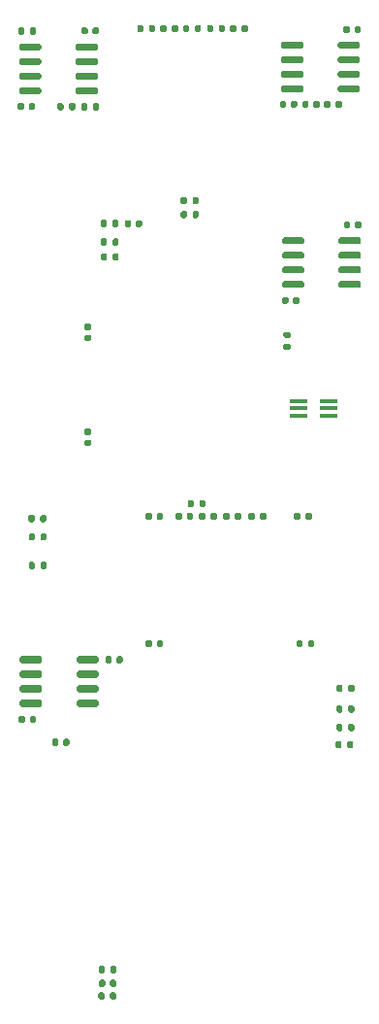
<source format=gbr>
%TF.GenerationSoftware,KiCad,Pcbnew,(5.1.7-0-10_14)*%
%TF.CreationDate,2021-05-19T07:56:11-04:00*%
%TF.ProjectId,VCF,5643462e-6b69-4636-9164-5f7063625858,rev?*%
%TF.SameCoordinates,Original*%
%TF.FileFunction,Paste,Top*%
%TF.FilePolarity,Positive*%
%FSLAX46Y46*%
G04 Gerber Fmt 4.6, Leading zero omitted, Abs format (unit mm)*
G04 Created by KiCad (PCBNEW (5.1.7-0-10_14)) date 2021-05-19 07:56:11*
%MOMM*%
%LPD*%
G01*
G04 APERTURE LIST*
%ADD10R,1.500000X0.400000*%
G04 APERTURE END LIST*
%TO.C,U105*%
G36*
G01*
X128400000Y-102945000D02*
X128400000Y-102645000D01*
G75*
G02*
X128550000Y-102495000I150000J0D01*
G01*
X130200000Y-102495000D01*
G75*
G02*
X130350000Y-102645000I0J-150000D01*
G01*
X130350000Y-102945000D01*
G75*
G02*
X130200000Y-103095000I-150000J0D01*
G01*
X128550000Y-103095000D01*
G75*
G02*
X128400000Y-102945000I0J150000D01*
G01*
G37*
G36*
G01*
X128400000Y-104215000D02*
X128400000Y-103915000D01*
G75*
G02*
X128550000Y-103765000I150000J0D01*
G01*
X130200000Y-103765000D01*
G75*
G02*
X130350000Y-103915000I0J-150000D01*
G01*
X130350000Y-104215000D01*
G75*
G02*
X130200000Y-104365000I-150000J0D01*
G01*
X128550000Y-104365000D01*
G75*
G02*
X128400000Y-104215000I0J150000D01*
G01*
G37*
G36*
G01*
X128400000Y-105485000D02*
X128400000Y-105185000D01*
G75*
G02*
X128550000Y-105035000I150000J0D01*
G01*
X130200000Y-105035000D01*
G75*
G02*
X130350000Y-105185000I0J-150000D01*
G01*
X130350000Y-105485000D01*
G75*
G02*
X130200000Y-105635000I-150000J0D01*
G01*
X128550000Y-105635000D01*
G75*
G02*
X128400000Y-105485000I0J150000D01*
G01*
G37*
G36*
G01*
X128400000Y-106755000D02*
X128400000Y-106455000D01*
G75*
G02*
X128550000Y-106305000I150000J0D01*
G01*
X130200000Y-106305000D01*
G75*
G02*
X130350000Y-106455000I0J-150000D01*
G01*
X130350000Y-106755000D01*
G75*
G02*
X130200000Y-106905000I-150000J0D01*
G01*
X128550000Y-106905000D01*
G75*
G02*
X128400000Y-106755000I0J150000D01*
G01*
G37*
G36*
G01*
X123450000Y-106755000D02*
X123450000Y-106455000D01*
G75*
G02*
X123600000Y-106305000I150000J0D01*
G01*
X125250000Y-106305000D01*
G75*
G02*
X125400000Y-106455000I0J-150000D01*
G01*
X125400000Y-106755000D01*
G75*
G02*
X125250000Y-106905000I-150000J0D01*
G01*
X123600000Y-106905000D01*
G75*
G02*
X123450000Y-106755000I0J150000D01*
G01*
G37*
G36*
G01*
X123450000Y-105485000D02*
X123450000Y-105185000D01*
G75*
G02*
X123600000Y-105035000I150000J0D01*
G01*
X125250000Y-105035000D01*
G75*
G02*
X125400000Y-105185000I0J-150000D01*
G01*
X125400000Y-105485000D01*
G75*
G02*
X125250000Y-105635000I-150000J0D01*
G01*
X123600000Y-105635000D01*
G75*
G02*
X123450000Y-105485000I0J150000D01*
G01*
G37*
G36*
G01*
X123450000Y-104215000D02*
X123450000Y-103915000D01*
G75*
G02*
X123600000Y-103765000I150000J0D01*
G01*
X125250000Y-103765000D01*
G75*
G02*
X125400000Y-103915000I0J-150000D01*
G01*
X125400000Y-104215000D01*
G75*
G02*
X125250000Y-104365000I-150000J0D01*
G01*
X123600000Y-104365000D01*
G75*
G02*
X123450000Y-104215000I0J150000D01*
G01*
G37*
G36*
G01*
X123450000Y-102945000D02*
X123450000Y-102645000D01*
G75*
G02*
X123600000Y-102495000I150000J0D01*
G01*
X125250000Y-102495000D01*
G75*
G02*
X125400000Y-102645000I0J-150000D01*
G01*
X125400000Y-102945000D01*
G75*
G02*
X125250000Y-103095000I-150000J0D01*
G01*
X123600000Y-103095000D01*
G75*
G02*
X123450000Y-102945000I0J150000D01*
G01*
G37*
%TD*%
%TO.C,U104*%
G36*
G01*
X105500000Y-139445000D02*
X105500000Y-139145000D01*
G75*
G02*
X105650000Y-138995000I150000J0D01*
G01*
X107300000Y-138995000D01*
G75*
G02*
X107450000Y-139145000I0J-150000D01*
G01*
X107450000Y-139445000D01*
G75*
G02*
X107300000Y-139595000I-150000J0D01*
G01*
X105650000Y-139595000D01*
G75*
G02*
X105500000Y-139445000I0J150000D01*
G01*
G37*
G36*
G01*
X105500000Y-140715000D02*
X105500000Y-140415000D01*
G75*
G02*
X105650000Y-140265000I150000J0D01*
G01*
X107300000Y-140265000D01*
G75*
G02*
X107450000Y-140415000I0J-150000D01*
G01*
X107450000Y-140715000D01*
G75*
G02*
X107300000Y-140865000I-150000J0D01*
G01*
X105650000Y-140865000D01*
G75*
G02*
X105500000Y-140715000I0J150000D01*
G01*
G37*
G36*
G01*
X105500000Y-141985000D02*
X105500000Y-141685000D01*
G75*
G02*
X105650000Y-141535000I150000J0D01*
G01*
X107300000Y-141535000D01*
G75*
G02*
X107450000Y-141685000I0J-150000D01*
G01*
X107450000Y-141985000D01*
G75*
G02*
X107300000Y-142135000I-150000J0D01*
G01*
X105650000Y-142135000D01*
G75*
G02*
X105500000Y-141985000I0J150000D01*
G01*
G37*
G36*
G01*
X105500000Y-143255000D02*
X105500000Y-142955000D01*
G75*
G02*
X105650000Y-142805000I150000J0D01*
G01*
X107300000Y-142805000D01*
G75*
G02*
X107450000Y-142955000I0J-150000D01*
G01*
X107450000Y-143255000D01*
G75*
G02*
X107300000Y-143405000I-150000J0D01*
G01*
X105650000Y-143405000D01*
G75*
G02*
X105500000Y-143255000I0J150000D01*
G01*
G37*
G36*
G01*
X100550000Y-143255000D02*
X100550000Y-142955000D01*
G75*
G02*
X100700000Y-142805000I150000J0D01*
G01*
X102350000Y-142805000D01*
G75*
G02*
X102500000Y-142955000I0J-150000D01*
G01*
X102500000Y-143255000D01*
G75*
G02*
X102350000Y-143405000I-150000J0D01*
G01*
X100700000Y-143405000D01*
G75*
G02*
X100550000Y-143255000I0J150000D01*
G01*
G37*
G36*
G01*
X100550000Y-141985000D02*
X100550000Y-141685000D01*
G75*
G02*
X100700000Y-141535000I150000J0D01*
G01*
X102350000Y-141535000D01*
G75*
G02*
X102500000Y-141685000I0J-150000D01*
G01*
X102500000Y-141985000D01*
G75*
G02*
X102350000Y-142135000I-150000J0D01*
G01*
X100700000Y-142135000D01*
G75*
G02*
X100550000Y-141985000I0J150000D01*
G01*
G37*
G36*
G01*
X100550000Y-140715000D02*
X100550000Y-140415000D01*
G75*
G02*
X100700000Y-140265000I150000J0D01*
G01*
X102350000Y-140265000D01*
G75*
G02*
X102500000Y-140415000I0J-150000D01*
G01*
X102500000Y-140715000D01*
G75*
G02*
X102350000Y-140865000I-150000J0D01*
G01*
X100700000Y-140865000D01*
G75*
G02*
X100550000Y-140715000I0J150000D01*
G01*
G37*
G36*
G01*
X100550000Y-139445000D02*
X100550000Y-139145000D01*
G75*
G02*
X100700000Y-138995000I150000J0D01*
G01*
X102350000Y-138995000D01*
G75*
G02*
X102500000Y-139145000I0J-150000D01*
G01*
X102500000Y-139445000D01*
G75*
G02*
X102350000Y-139595000I-150000J0D01*
G01*
X100700000Y-139595000D01*
G75*
G02*
X100550000Y-139445000I0J150000D01*
G01*
G37*
%TD*%
%TO.C,U102*%
G36*
G01*
X128325000Y-85880000D02*
X128325000Y-85580000D01*
G75*
G02*
X128475000Y-85430000I150000J0D01*
G01*
X130125000Y-85430000D01*
G75*
G02*
X130275000Y-85580000I0J-150000D01*
G01*
X130275000Y-85880000D01*
G75*
G02*
X130125000Y-86030000I-150000J0D01*
G01*
X128475000Y-86030000D01*
G75*
G02*
X128325000Y-85880000I0J150000D01*
G01*
G37*
G36*
G01*
X128325000Y-87150000D02*
X128325000Y-86850000D01*
G75*
G02*
X128475000Y-86700000I150000J0D01*
G01*
X130125000Y-86700000D01*
G75*
G02*
X130275000Y-86850000I0J-150000D01*
G01*
X130275000Y-87150000D01*
G75*
G02*
X130125000Y-87300000I-150000J0D01*
G01*
X128475000Y-87300000D01*
G75*
G02*
X128325000Y-87150000I0J150000D01*
G01*
G37*
G36*
G01*
X128325000Y-88420000D02*
X128325000Y-88120000D01*
G75*
G02*
X128475000Y-87970000I150000J0D01*
G01*
X130125000Y-87970000D01*
G75*
G02*
X130275000Y-88120000I0J-150000D01*
G01*
X130275000Y-88420000D01*
G75*
G02*
X130125000Y-88570000I-150000J0D01*
G01*
X128475000Y-88570000D01*
G75*
G02*
X128325000Y-88420000I0J150000D01*
G01*
G37*
G36*
G01*
X128325000Y-89690000D02*
X128325000Y-89390000D01*
G75*
G02*
X128475000Y-89240000I150000J0D01*
G01*
X130125000Y-89240000D01*
G75*
G02*
X130275000Y-89390000I0J-150000D01*
G01*
X130275000Y-89690000D01*
G75*
G02*
X130125000Y-89840000I-150000J0D01*
G01*
X128475000Y-89840000D01*
G75*
G02*
X128325000Y-89690000I0J150000D01*
G01*
G37*
G36*
G01*
X123375000Y-89690000D02*
X123375000Y-89390000D01*
G75*
G02*
X123525000Y-89240000I150000J0D01*
G01*
X125175000Y-89240000D01*
G75*
G02*
X125325000Y-89390000I0J-150000D01*
G01*
X125325000Y-89690000D01*
G75*
G02*
X125175000Y-89840000I-150000J0D01*
G01*
X123525000Y-89840000D01*
G75*
G02*
X123375000Y-89690000I0J150000D01*
G01*
G37*
G36*
G01*
X123375000Y-88420000D02*
X123375000Y-88120000D01*
G75*
G02*
X123525000Y-87970000I150000J0D01*
G01*
X125175000Y-87970000D01*
G75*
G02*
X125325000Y-88120000I0J-150000D01*
G01*
X125325000Y-88420000D01*
G75*
G02*
X125175000Y-88570000I-150000J0D01*
G01*
X123525000Y-88570000D01*
G75*
G02*
X123375000Y-88420000I0J150000D01*
G01*
G37*
G36*
G01*
X123375000Y-87150000D02*
X123375000Y-86850000D01*
G75*
G02*
X123525000Y-86700000I150000J0D01*
G01*
X125175000Y-86700000D01*
G75*
G02*
X125325000Y-86850000I0J-150000D01*
G01*
X125325000Y-87150000D01*
G75*
G02*
X125175000Y-87300000I-150000J0D01*
G01*
X123525000Y-87300000D01*
G75*
G02*
X123375000Y-87150000I0J150000D01*
G01*
G37*
G36*
G01*
X123375000Y-85880000D02*
X123375000Y-85580000D01*
G75*
G02*
X123525000Y-85430000I150000J0D01*
G01*
X125175000Y-85430000D01*
G75*
G02*
X125325000Y-85580000I0J-150000D01*
G01*
X125325000Y-85880000D01*
G75*
G02*
X125175000Y-86030000I-150000J0D01*
G01*
X123525000Y-86030000D01*
G75*
G02*
X123375000Y-85880000I0J150000D01*
G01*
G37*
%TD*%
%TO.C,U101*%
G36*
G01*
X105425000Y-86050000D02*
X105425000Y-85750000D01*
G75*
G02*
X105575000Y-85600000I150000J0D01*
G01*
X107225000Y-85600000D01*
G75*
G02*
X107375000Y-85750000I0J-150000D01*
G01*
X107375000Y-86050000D01*
G75*
G02*
X107225000Y-86200000I-150000J0D01*
G01*
X105575000Y-86200000D01*
G75*
G02*
X105425000Y-86050000I0J150000D01*
G01*
G37*
G36*
G01*
X105425000Y-87320000D02*
X105425000Y-87020000D01*
G75*
G02*
X105575000Y-86870000I150000J0D01*
G01*
X107225000Y-86870000D01*
G75*
G02*
X107375000Y-87020000I0J-150000D01*
G01*
X107375000Y-87320000D01*
G75*
G02*
X107225000Y-87470000I-150000J0D01*
G01*
X105575000Y-87470000D01*
G75*
G02*
X105425000Y-87320000I0J150000D01*
G01*
G37*
G36*
G01*
X105425000Y-88590000D02*
X105425000Y-88290000D01*
G75*
G02*
X105575000Y-88140000I150000J0D01*
G01*
X107225000Y-88140000D01*
G75*
G02*
X107375000Y-88290000I0J-150000D01*
G01*
X107375000Y-88590000D01*
G75*
G02*
X107225000Y-88740000I-150000J0D01*
G01*
X105575000Y-88740000D01*
G75*
G02*
X105425000Y-88590000I0J150000D01*
G01*
G37*
G36*
G01*
X105425000Y-89860000D02*
X105425000Y-89560000D01*
G75*
G02*
X105575000Y-89410000I150000J0D01*
G01*
X107225000Y-89410000D01*
G75*
G02*
X107375000Y-89560000I0J-150000D01*
G01*
X107375000Y-89860000D01*
G75*
G02*
X107225000Y-90010000I-150000J0D01*
G01*
X105575000Y-90010000D01*
G75*
G02*
X105425000Y-89860000I0J150000D01*
G01*
G37*
G36*
G01*
X100475000Y-89860000D02*
X100475000Y-89560000D01*
G75*
G02*
X100625000Y-89410000I150000J0D01*
G01*
X102275000Y-89410000D01*
G75*
G02*
X102425000Y-89560000I0J-150000D01*
G01*
X102425000Y-89860000D01*
G75*
G02*
X102275000Y-90010000I-150000J0D01*
G01*
X100625000Y-90010000D01*
G75*
G02*
X100475000Y-89860000I0J150000D01*
G01*
G37*
G36*
G01*
X100475000Y-88590000D02*
X100475000Y-88290000D01*
G75*
G02*
X100625000Y-88140000I150000J0D01*
G01*
X102275000Y-88140000D01*
G75*
G02*
X102425000Y-88290000I0J-150000D01*
G01*
X102425000Y-88590000D01*
G75*
G02*
X102275000Y-88740000I-150000J0D01*
G01*
X100625000Y-88740000D01*
G75*
G02*
X100475000Y-88590000I0J150000D01*
G01*
G37*
G36*
G01*
X100475000Y-87320000D02*
X100475000Y-87020000D01*
G75*
G02*
X100625000Y-86870000I150000J0D01*
G01*
X102275000Y-86870000D01*
G75*
G02*
X102425000Y-87020000I0J-150000D01*
G01*
X102425000Y-87320000D01*
G75*
G02*
X102275000Y-87470000I-150000J0D01*
G01*
X100625000Y-87470000D01*
G75*
G02*
X100475000Y-87320000I0J150000D01*
G01*
G37*
G36*
G01*
X100475000Y-86050000D02*
X100475000Y-85750000D01*
G75*
G02*
X100625000Y-85600000I150000J0D01*
G01*
X102275000Y-85600000D01*
G75*
G02*
X102425000Y-85750000I0J-150000D01*
G01*
X102425000Y-86050000D01*
G75*
G02*
X102275000Y-86200000I-150000J0D01*
G01*
X100625000Y-86200000D01*
G75*
G02*
X100475000Y-86050000I0J150000D01*
G01*
G37*
%TD*%
%TO.C,R130*%
G36*
G01*
X108450000Y-166485000D02*
X108450000Y-166115000D01*
G75*
G02*
X108585000Y-165980000I135000J0D01*
G01*
X108855000Y-165980000D01*
G75*
G02*
X108990000Y-166115000I0J-135000D01*
G01*
X108990000Y-166485000D01*
G75*
G02*
X108855000Y-166620000I-135000J0D01*
G01*
X108585000Y-166620000D01*
G75*
G02*
X108450000Y-166485000I0J135000D01*
G01*
G37*
G36*
G01*
X107430000Y-166485000D02*
X107430000Y-166115000D01*
G75*
G02*
X107565000Y-165980000I135000J0D01*
G01*
X107835000Y-165980000D01*
G75*
G02*
X107970000Y-166115000I0J-135000D01*
G01*
X107970000Y-166485000D01*
G75*
G02*
X107835000Y-166620000I-135000J0D01*
G01*
X107565000Y-166620000D01*
G75*
G02*
X107430000Y-166485000I0J135000D01*
G01*
G37*
%TD*%
%TO.C,R129*%
G36*
G01*
X108630000Y-101485000D02*
X108630000Y-101115000D01*
G75*
G02*
X108765000Y-100980000I135000J0D01*
G01*
X109035000Y-100980000D01*
G75*
G02*
X109170000Y-101115000I0J-135000D01*
G01*
X109170000Y-101485000D01*
G75*
G02*
X109035000Y-101620000I-135000J0D01*
G01*
X108765000Y-101620000D01*
G75*
G02*
X108630000Y-101485000I0J135000D01*
G01*
G37*
G36*
G01*
X107610000Y-101485000D02*
X107610000Y-101115000D01*
G75*
G02*
X107745000Y-100980000I135000J0D01*
G01*
X108015000Y-100980000D01*
G75*
G02*
X108150000Y-101115000I0J-135000D01*
G01*
X108150000Y-101485000D01*
G75*
G02*
X108015000Y-101620000I-135000J0D01*
G01*
X107745000Y-101620000D01*
G75*
G02*
X107610000Y-101485000I0J135000D01*
G01*
G37*
%TD*%
%TO.C,R128*%
G36*
G01*
X108170000Y-104015000D02*
X108170000Y-104385000D01*
G75*
G02*
X108035000Y-104520000I-135000J0D01*
G01*
X107765000Y-104520000D01*
G75*
G02*
X107630000Y-104385000I0J135000D01*
G01*
X107630000Y-104015000D01*
G75*
G02*
X107765000Y-103880000I135000J0D01*
G01*
X108035000Y-103880000D01*
G75*
G02*
X108170000Y-104015000I0J-135000D01*
G01*
G37*
G36*
G01*
X109190000Y-104015000D02*
X109190000Y-104385000D01*
G75*
G02*
X109055000Y-104520000I-135000J0D01*
G01*
X108785000Y-104520000D01*
G75*
G02*
X108650000Y-104385000I0J135000D01*
G01*
X108650000Y-104015000D01*
G75*
G02*
X108785000Y-103880000I135000J0D01*
G01*
X109055000Y-103880000D01*
G75*
G02*
X109190000Y-104015000I0J-135000D01*
G01*
G37*
%TD*%
%TO.C,R127*%
G36*
G01*
X108170000Y-102715000D02*
X108170000Y-103085000D01*
G75*
G02*
X108035000Y-103220000I-135000J0D01*
G01*
X107765000Y-103220000D01*
G75*
G02*
X107630000Y-103085000I0J135000D01*
G01*
X107630000Y-102715000D01*
G75*
G02*
X107765000Y-102580000I135000J0D01*
G01*
X108035000Y-102580000D01*
G75*
G02*
X108170000Y-102715000I0J-135000D01*
G01*
G37*
G36*
G01*
X109190000Y-102715000D02*
X109190000Y-103085000D01*
G75*
G02*
X109055000Y-103220000I-135000J0D01*
G01*
X108785000Y-103220000D01*
G75*
G02*
X108650000Y-103085000I0J135000D01*
G01*
X108650000Y-102715000D01*
G75*
G02*
X108785000Y-102580000I135000J0D01*
G01*
X109055000Y-102580000D01*
G75*
G02*
X109190000Y-102715000I0J-135000D01*
G01*
G37*
%TD*%
%TO.C,R126*%
G36*
G01*
X115630000Y-100685000D02*
X115630000Y-100315000D01*
G75*
G02*
X115765000Y-100180000I135000J0D01*
G01*
X116035000Y-100180000D01*
G75*
G02*
X116170000Y-100315000I0J-135000D01*
G01*
X116170000Y-100685000D01*
G75*
G02*
X116035000Y-100820000I-135000J0D01*
G01*
X115765000Y-100820000D01*
G75*
G02*
X115630000Y-100685000I0J135000D01*
G01*
G37*
G36*
G01*
X114610000Y-100685000D02*
X114610000Y-100315000D01*
G75*
G02*
X114745000Y-100180000I135000J0D01*
G01*
X115015000Y-100180000D01*
G75*
G02*
X115150000Y-100315000I0J-135000D01*
G01*
X115150000Y-100685000D01*
G75*
G02*
X115015000Y-100820000I-135000J0D01*
G01*
X114745000Y-100820000D01*
G75*
G02*
X114610000Y-100685000I0J135000D01*
G01*
G37*
%TD*%
%TO.C,R125*%
G36*
G01*
X129140000Y-146885000D02*
X129140000Y-146515000D01*
G75*
G02*
X129275000Y-146380000I135000J0D01*
G01*
X129545000Y-146380000D01*
G75*
G02*
X129680000Y-146515000I0J-135000D01*
G01*
X129680000Y-146885000D01*
G75*
G02*
X129545000Y-147020000I-135000J0D01*
G01*
X129275000Y-147020000D01*
G75*
G02*
X129140000Y-146885000I0J135000D01*
G01*
G37*
G36*
G01*
X128120000Y-146885000D02*
X128120000Y-146515000D01*
G75*
G02*
X128255000Y-146380000I135000J0D01*
G01*
X128525000Y-146380000D01*
G75*
G02*
X128660000Y-146515000I0J-135000D01*
G01*
X128660000Y-146885000D01*
G75*
G02*
X128525000Y-147020000I-135000J0D01*
G01*
X128255000Y-147020000D01*
G75*
G02*
X128120000Y-146885000I0J135000D01*
G01*
G37*
%TD*%
%TO.C,R124*%
G36*
G01*
X115630000Y-99485000D02*
X115630000Y-99115000D01*
G75*
G02*
X115765000Y-98980000I135000J0D01*
G01*
X116035000Y-98980000D01*
G75*
G02*
X116170000Y-99115000I0J-135000D01*
G01*
X116170000Y-99485000D01*
G75*
G02*
X116035000Y-99620000I-135000J0D01*
G01*
X115765000Y-99620000D01*
G75*
G02*
X115630000Y-99485000I0J135000D01*
G01*
G37*
G36*
G01*
X114610000Y-99485000D02*
X114610000Y-99115000D01*
G75*
G02*
X114745000Y-98980000I135000J0D01*
G01*
X115015000Y-98980000D01*
G75*
G02*
X115150000Y-99115000I0J-135000D01*
G01*
X115150000Y-99485000D01*
G75*
G02*
X115015000Y-99620000I-135000J0D01*
G01*
X114745000Y-99620000D01*
G75*
G02*
X114610000Y-99485000I0J135000D01*
G01*
G37*
%TD*%
%TO.C,R123*%
G36*
G01*
X125530000Y-126985000D02*
X125530000Y-126615000D01*
G75*
G02*
X125665000Y-126480000I135000J0D01*
G01*
X125935000Y-126480000D01*
G75*
G02*
X126070000Y-126615000I0J-135000D01*
G01*
X126070000Y-126985000D01*
G75*
G02*
X125935000Y-127120000I-135000J0D01*
G01*
X125665000Y-127120000D01*
G75*
G02*
X125530000Y-126985000I0J135000D01*
G01*
G37*
G36*
G01*
X124510000Y-126985000D02*
X124510000Y-126615000D01*
G75*
G02*
X124645000Y-126480000I135000J0D01*
G01*
X124915000Y-126480000D01*
G75*
G02*
X125050000Y-126615000I0J-135000D01*
G01*
X125050000Y-126985000D01*
G75*
G02*
X124915000Y-127120000I-135000J0D01*
G01*
X124645000Y-127120000D01*
G75*
G02*
X124510000Y-126985000I0J135000D01*
G01*
G37*
%TD*%
%TO.C,R122*%
G36*
G01*
X117230000Y-126985000D02*
X117230000Y-126615000D01*
G75*
G02*
X117365000Y-126480000I135000J0D01*
G01*
X117635000Y-126480000D01*
G75*
G02*
X117770000Y-126615000I0J-135000D01*
G01*
X117770000Y-126985000D01*
G75*
G02*
X117635000Y-127120000I-135000J0D01*
G01*
X117365000Y-127120000D01*
G75*
G02*
X117230000Y-126985000I0J135000D01*
G01*
G37*
G36*
G01*
X116210000Y-126985000D02*
X116210000Y-126615000D01*
G75*
G02*
X116345000Y-126480000I135000J0D01*
G01*
X116615000Y-126480000D01*
G75*
G02*
X116750000Y-126615000I0J-135000D01*
G01*
X116750000Y-126985000D01*
G75*
G02*
X116615000Y-127120000I-135000J0D01*
G01*
X116345000Y-127120000D01*
G75*
G02*
X116210000Y-126985000I0J135000D01*
G01*
G37*
%TD*%
%TO.C,R121*%
G36*
G01*
X119930000Y-84485000D02*
X119930000Y-84115000D01*
G75*
G02*
X120065000Y-83980000I135000J0D01*
G01*
X120335000Y-83980000D01*
G75*
G02*
X120470000Y-84115000I0J-135000D01*
G01*
X120470000Y-84485000D01*
G75*
G02*
X120335000Y-84620000I-135000J0D01*
G01*
X120065000Y-84620000D01*
G75*
G02*
X119930000Y-84485000I0J135000D01*
G01*
G37*
G36*
G01*
X118910000Y-84485000D02*
X118910000Y-84115000D01*
G75*
G02*
X119045000Y-83980000I135000J0D01*
G01*
X119315000Y-83980000D01*
G75*
G02*
X119450000Y-84115000I0J-135000D01*
G01*
X119450000Y-84485000D01*
G75*
G02*
X119315000Y-84620000I-135000J0D01*
G01*
X119045000Y-84620000D01*
G75*
G02*
X118910000Y-84485000I0J135000D01*
G01*
G37*
%TD*%
%TO.C,R120*%
G36*
G01*
X121530000Y-126985000D02*
X121530000Y-126615000D01*
G75*
G02*
X121665000Y-126480000I135000J0D01*
G01*
X121935000Y-126480000D01*
G75*
G02*
X122070000Y-126615000I0J-135000D01*
G01*
X122070000Y-126985000D01*
G75*
G02*
X121935000Y-127120000I-135000J0D01*
G01*
X121665000Y-127120000D01*
G75*
G02*
X121530000Y-126985000I0J135000D01*
G01*
G37*
G36*
G01*
X120510000Y-126985000D02*
X120510000Y-126615000D01*
G75*
G02*
X120645000Y-126480000I135000J0D01*
G01*
X120915000Y-126480000D01*
G75*
G02*
X121050000Y-126615000I0J-135000D01*
G01*
X121050000Y-126985000D01*
G75*
G02*
X120915000Y-127120000I-135000J0D01*
G01*
X120645000Y-127120000D01*
G75*
G02*
X120510000Y-126985000I0J135000D01*
G01*
G37*
%TD*%
%TO.C,R119*%
G36*
G01*
X119330000Y-126985000D02*
X119330000Y-126615000D01*
G75*
G02*
X119465000Y-126480000I135000J0D01*
G01*
X119735000Y-126480000D01*
G75*
G02*
X119870000Y-126615000I0J-135000D01*
G01*
X119870000Y-126985000D01*
G75*
G02*
X119735000Y-127120000I-135000J0D01*
G01*
X119465000Y-127120000D01*
G75*
G02*
X119330000Y-126985000I0J135000D01*
G01*
G37*
G36*
G01*
X118310000Y-126985000D02*
X118310000Y-126615000D01*
G75*
G02*
X118445000Y-126480000I135000J0D01*
G01*
X118715000Y-126480000D01*
G75*
G02*
X118850000Y-126615000I0J-135000D01*
G01*
X118850000Y-126985000D01*
G75*
G02*
X118715000Y-127120000I-135000J0D01*
G01*
X118445000Y-127120000D01*
G75*
G02*
X118310000Y-126985000I0J135000D01*
G01*
G37*
%TD*%
%TO.C,R118*%
G36*
G01*
X101870000Y-128415000D02*
X101870000Y-128785000D01*
G75*
G02*
X101735000Y-128920000I-135000J0D01*
G01*
X101465000Y-128920000D01*
G75*
G02*
X101330000Y-128785000I0J135000D01*
G01*
X101330000Y-128415000D01*
G75*
G02*
X101465000Y-128280000I135000J0D01*
G01*
X101735000Y-128280000D01*
G75*
G02*
X101870000Y-128415000I0J-135000D01*
G01*
G37*
G36*
G01*
X102890000Y-128415000D02*
X102890000Y-128785000D01*
G75*
G02*
X102755000Y-128920000I-135000J0D01*
G01*
X102485000Y-128920000D01*
G75*
G02*
X102350000Y-128785000I0J135000D01*
G01*
X102350000Y-128415000D01*
G75*
G02*
X102485000Y-128280000I135000J0D01*
G01*
X102755000Y-128280000D01*
G75*
G02*
X102890000Y-128415000I0J-135000D01*
G01*
G37*
%TD*%
%TO.C,R117*%
G36*
G01*
X117450000Y-84115000D02*
X117450000Y-84485000D01*
G75*
G02*
X117315000Y-84620000I-135000J0D01*
G01*
X117045000Y-84620000D01*
G75*
G02*
X116910000Y-84485000I0J135000D01*
G01*
X116910000Y-84115000D01*
G75*
G02*
X117045000Y-83980000I135000J0D01*
G01*
X117315000Y-83980000D01*
G75*
G02*
X117450000Y-84115000I0J-135000D01*
G01*
G37*
G36*
G01*
X118470000Y-84115000D02*
X118470000Y-84485000D01*
G75*
G02*
X118335000Y-84620000I-135000J0D01*
G01*
X118065000Y-84620000D01*
G75*
G02*
X117930000Y-84485000I0J135000D01*
G01*
X117930000Y-84115000D01*
G75*
G02*
X118065000Y-83980000I135000J0D01*
G01*
X118335000Y-83980000D01*
G75*
G02*
X118470000Y-84115000I0J-135000D01*
G01*
G37*
%TD*%
%TO.C,R116*%
G36*
G01*
X115830000Y-84485000D02*
X115830000Y-84115000D01*
G75*
G02*
X115965000Y-83980000I135000J0D01*
G01*
X116235000Y-83980000D01*
G75*
G02*
X116370000Y-84115000I0J-135000D01*
G01*
X116370000Y-84485000D01*
G75*
G02*
X116235000Y-84620000I-135000J0D01*
G01*
X115965000Y-84620000D01*
G75*
G02*
X115830000Y-84485000I0J135000D01*
G01*
G37*
G36*
G01*
X114810000Y-84485000D02*
X114810000Y-84115000D01*
G75*
G02*
X114945000Y-83980000I135000J0D01*
G01*
X115215000Y-83980000D01*
G75*
G02*
X115350000Y-84115000I0J-135000D01*
G01*
X115350000Y-84485000D01*
G75*
G02*
X115215000Y-84620000I-135000J0D01*
G01*
X114945000Y-84620000D01*
G75*
G02*
X114810000Y-84485000I0J135000D01*
G01*
G37*
%TD*%
%TO.C,R115*%
G36*
G01*
X125730000Y-138085000D02*
X125730000Y-137715000D01*
G75*
G02*
X125865000Y-137580000I135000J0D01*
G01*
X126135000Y-137580000D01*
G75*
G02*
X126270000Y-137715000I0J-135000D01*
G01*
X126270000Y-138085000D01*
G75*
G02*
X126135000Y-138220000I-135000J0D01*
G01*
X125865000Y-138220000D01*
G75*
G02*
X125730000Y-138085000I0J135000D01*
G01*
G37*
G36*
G01*
X124710000Y-138085000D02*
X124710000Y-137715000D01*
G75*
G02*
X124845000Y-137580000I135000J0D01*
G01*
X125115000Y-137580000D01*
G75*
G02*
X125250000Y-137715000I0J-135000D01*
G01*
X125250000Y-138085000D01*
G75*
G02*
X125115000Y-138220000I-135000J0D01*
G01*
X124845000Y-138220000D01*
G75*
G02*
X124710000Y-138085000I0J135000D01*
G01*
G37*
%TD*%
%TO.C,R114*%
G36*
G01*
X102330000Y-127185000D02*
X102330000Y-126815000D01*
G75*
G02*
X102465000Y-126680000I135000J0D01*
G01*
X102735000Y-126680000D01*
G75*
G02*
X102870000Y-126815000I0J-135000D01*
G01*
X102870000Y-127185000D01*
G75*
G02*
X102735000Y-127320000I-135000J0D01*
G01*
X102465000Y-127320000D01*
G75*
G02*
X102330000Y-127185000I0J135000D01*
G01*
G37*
G36*
G01*
X101310000Y-127185000D02*
X101310000Y-126815000D01*
G75*
G02*
X101445000Y-126680000I135000J0D01*
G01*
X101715000Y-126680000D01*
G75*
G02*
X101850000Y-126815000I0J-135000D01*
G01*
X101850000Y-127185000D01*
G75*
G02*
X101715000Y-127320000I-135000J0D01*
G01*
X101445000Y-127320000D01*
G75*
G02*
X101310000Y-127185000I0J135000D01*
G01*
G37*
%TD*%
%TO.C,R113*%
G36*
G01*
X129230000Y-141985000D02*
X129230000Y-141615000D01*
G75*
G02*
X129365000Y-141480000I135000J0D01*
G01*
X129635000Y-141480000D01*
G75*
G02*
X129770000Y-141615000I0J-135000D01*
G01*
X129770000Y-141985000D01*
G75*
G02*
X129635000Y-142120000I-135000J0D01*
G01*
X129365000Y-142120000D01*
G75*
G02*
X129230000Y-141985000I0J135000D01*
G01*
G37*
G36*
G01*
X128210000Y-141985000D02*
X128210000Y-141615000D01*
G75*
G02*
X128345000Y-141480000I135000J0D01*
G01*
X128615000Y-141480000D01*
G75*
G02*
X128750000Y-141615000I0J-135000D01*
G01*
X128750000Y-141985000D01*
G75*
G02*
X128615000Y-142120000I-135000J0D01*
G01*
X128345000Y-142120000D01*
G75*
G02*
X128210000Y-141985000I0J135000D01*
G01*
G37*
%TD*%
%TO.C,R112*%
G36*
G01*
X101870000Y-130915000D02*
X101870000Y-131285000D01*
G75*
G02*
X101735000Y-131420000I-135000J0D01*
G01*
X101465000Y-131420000D01*
G75*
G02*
X101330000Y-131285000I0J135000D01*
G01*
X101330000Y-130915000D01*
G75*
G02*
X101465000Y-130780000I135000J0D01*
G01*
X101735000Y-130780000D01*
G75*
G02*
X101870000Y-130915000I0J-135000D01*
G01*
G37*
G36*
G01*
X102890000Y-130915000D02*
X102890000Y-131285000D01*
G75*
G02*
X102755000Y-131420000I-135000J0D01*
G01*
X102485000Y-131420000D01*
G75*
G02*
X102350000Y-131285000I0J135000D01*
G01*
X102350000Y-130915000D01*
G75*
G02*
X102485000Y-130780000I135000J0D01*
G01*
X102755000Y-130780000D01*
G75*
G02*
X102890000Y-130915000I0J-135000D01*
G01*
G37*
%TD*%
%TO.C,R111*%
G36*
G01*
X100950000Y-84315000D02*
X100950000Y-84685000D01*
G75*
G02*
X100815000Y-84820000I-135000J0D01*
G01*
X100545000Y-84820000D01*
G75*
G02*
X100410000Y-84685000I0J135000D01*
G01*
X100410000Y-84315000D01*
G75*
G02*
X100545000Y-84180000I135000J0D01*
G01*
X100815000Y-84180000D01*
G75*
G02*
X100950000Y-84315000I0J-135000D01*
G01*
G37*
G36*
G01*
X101970000Y-84315000D02*
X101970000Y-84685000D01*
G75*
G02*
X101835000Y-84820000I-135000J0D01*
G01*
X101565000Y-84820000D01*
G75*
G02*
X101430000Y-84685000I0J135000D01*
G01*
X101430000Y-84315000D01*
G75*
G02*
X101565000Y-84180000I135000J0D01*
G01*
X101835000Y-84180000D01*
G75*
G02*
X101970000Y-84315000I0J-135000D01*
G01*
G37*
%TD*%
%TO.C,R110*%
G36*
G01*
X127670000Y-90715000D02*
X127670000Y-91085000D01*
G75*
G02*
X127535000Y-91220000I-135000J0D01*
G01*
X127265000Y-91220000D01*
G75*
G02*
X127130000Y-91085000I0J135000D01*
G01*
X127130000Y-90715000D01*
G75*
G02*
X127265000Y-90580000I135000J0D01*
G01*
X127535000Y-90580000D01*
G75*
G02*
X127670000Y-90715000I0J-135000D01*
G01*
G37*
G36*
G01*
X128690000Y-90715000D02*
X128690000Y-91085000D01*
G75*
G02*
X128555000Y-91220000I-135000J0D01*
G01*
X128285000Y-91220000D01*
G75*
G02*
X128150000Y-91085000I0J135000D01*
G01*
X128150000Y-90715000D01*
G75*
G02*
X128285000Y-90580000I135000J0D01*
G01*
X128555000Y-90580000D01*
G75*
G02*
X128690000Y-90715000I0J-135000D01*
G01*
G37*
%TD*%
%TO.C,R109*%
G36*
G01*
X124085000Y-111270000D02*
X123715000Y-111270000D01*
G75*
G02*
X123580000Y-111135000I0J135000D01*
G01*
X123580000Y-110865000D01*
G75*
G02*
X123715000Y-110730000I135000J0D01*
G01*
X124085000Y-110730000D01*
G75*
G02*
X124220000Y-110865000I0J-135000D01*
G01*
X124220000Y-111135000D01*
G75*
G02*
X124085000Y-111270000I-135000J0D01*
G01*
G37*
G36*
G01*
X124085000Y-112290000D02*
X123715000Y-112290000D01*
G75*
G02*
X123580000Y-112155000I0J135000D01*
G01*
X123580000Y-111885000D01*
G75*
G02*
X123715000Y-111750000I135000J0D01*
G01*
X124085000Y-111750000D01*
G75*
G02*
X124220000Y-111885000I0J-135000D01*
G01*
X124220000Y-112155000D01*
G75*
G02*
X124085000Y-112290000I-135000J0D01*
G01*
G37*
%TD*%
%TO.C,R108*%
G36*
G01*
X108430000Y-168785000D02*
X108430000Y-168415000D01*
G75*
G02*
X108565000Y-168280000I135000J0D01*
G01*
X108835000Y-168280000D01*
G75*
G02*
X108970000Y-168415000I0J-135000D01*
G01*
X108970000Y-168785000D01*
G75*
G02*
X108835000Y-168920000I-135000J0D01*
G01*
X108565000Y-168920000D01*
G75*
G02*
X108430000Y-168785000I0J135000D01*
G01*
G37*
G36*
G01*
X107410000Y-168785000D02*
X107410000Y-168415000D01*
G75*
G02*
X107545000Y-168280000I135000J0D01*
G01*
X107815000Y-168280000D01*
G75*
G02*
X107950000Y-168415000I0J-135000D01*
G01*
X107950000Y-168785000D01*
G75*
G02*
X107815000Y-168920000I-135000J0D01*
G01*
X107545000Y-168920000D01*
G75*
G02*
X107410000Y-168785000I0J135000D01*
G01*
G37*
%TD*%
%TO.C,R107*%
G36*
G01*
X104850000Y-91285000D02*
X104850000Y-90915000D01*
G75*
G02*
X104985000Y-90780000I135000J0D01*
G01*
X105255000Y-90780000D01*
G75*
G02*
X105390000Y-90915000I0J-135000D01*
G01*
X105390000Y-91285000D01*
G75*
G02*
X105255000Y-91420000I-135000J0D01*
G01*
X104985000Y-91420000D01*
G75*
G02*
X104850000Y-91285000I0J135000D01*
G01*
G37*
G36*
G01*
X103830000Y-91285000D02*
X103830000Y-90915000D01*
G75*
G02*
X103965000Y-90780000I135000J0D01*
G01*
X104235000Y-90780000D01*
G75*
G02*
X104370000Y-90915000I0J-135000D01*
G01*
X104370000Y-91285000D01*
G75*
G02*
X104235000Y-91420000I-135000J0D01*
G01*
X103965000Y-91420000D01*
G75*
G02*
X103830000Y-91285000I0J135000D01*
G01*
G37*
%TD*%
%TO.C,R106*%
G36*
G01*
X111350000Y-84115000D02*
X111350000Y-84485000D01*
G75*
G02*
X111215000Y-84620000I-135000J0D01*
G01*
X110945000Y-84620000D01*
G75*
G02*
X110810000Y-84485000I0J135000D01*
G01*
X110810000Y-84115000D01*
G75*
G02*
X110945000Y-83980000I135000J0D01*
G01*
X111215000Y-83980000D01*
G75*
G02*
X111350000Y-84115000I0J-135000D01*
G01*
G37*
G36*
G01*
X112370000Y-84115000D02*
X112370000Y-84485000D01*
G75*
G02*
X112235000Y-84620000I-135000J0D01*
G01*
X111965000Y-84620000D01*
G75*
G02*
X111830000Y-84485000I0J135000D01*
G01*
X111830000Y-84115000D01*
G75*
G02*
X111965000Y-83980000I135000J0D01*
G01*
X112235000Y-83980000D01*
G75*
G02*
X112370000Y-84115000I0J-135000D01*
G01*
G37*
%TD*%
%TO.C,R105*%
G36*
G01*
X113350000Y-84115000D02*
X113350000Y-84485000D01*
G75*
G02*
X113215000Y-84620000I-135000J0D01*
G01*
X112945000Y-84620000D01*
G75*
G02*
X112810000Y-84485000I0J135000D01*
G01*
X112810000Y-84115000D01*
G75*
G02*
X112945000Y-83980000I135000J0D01*
G01*
X113215000Y-83980000D01*
G75*
G02*
X113350000Y-84115000I0J-135000D01*
G01*
G37*
G36*
G01*
X114370000Y-84115000D02*
X114370000Y-84485000D01*
G75*
G02*
X114235000Y-84620000I-135000J0D01*
G01*
X113965000Y-84620000D01*
G75*
G02*
X113830000Y-84485000I0J135000D01*
G01*
X113830000Y-84115000D01*
G75*
G02*
X113965000Y-83980000I135000J0D01*
G01*
X114235000Y-83980000D01*
G75*
G02*
X114370000Y-84115000I0J-135000D01*
G01*
G37*
%TD*%
%TO.C,R104*%
G36*
G01*
X106450000Y-90915000D02*
X106450000Y-91285000D01*
G75*
G02*
X106315000Y-91420000I-135000J0D01*
G01*
X106045000Y-91420000D01*
G75*
G02*
X105910000Y-91285000I0J135000D01*
G01*
X105910000Y-90915000D01*
G75*
G02*
X106045000Y-90780000I135000J0D01*
G01*
X106315000Y-90780000D01*
G75*
G02*
X106450000Y-90915000I0J-135000D01*
G01*
G37*
G36*
G01*
X107470000Y-90915000D02*
X107470000Y-91285000D01*
G75*
G02*
X107335000Y-91420000I-135000J0D01*
G01*
X107065000Y-91420000D01*
G75*
G02*
X106930000Y-91285000I0J135000D01*
G01*
X106930000Y-90915000D01*
G75*
G02*
X107065000Y-90780000I135000J0D01*
G01*
X107335000Y-90780000D01*
G75*
G02*
X107470000Y-90915000I0J-135000D01*
G01*
G37*
%TD*%
%TO.C,R103*%
G36*
G01*
X115750000Y-125515000D02*
X115750000Y-125885000D01*
G75*
G02*
X115615000Y-126020000I-135000J0D01*
G01*
X115345000Y-126020000D01*
G75*
G02*
X115210000Y-125885000I0J135000D01*
G01*
X115210000Y-125515000D01*
G75*
G02*
X115345000Y-125380000I135000J0D01*
G01*
X115615000Y-125380000D01*
G75*
G02*
X115750000Y-125515000I0J-135000D01*
G01*
G37*
G36*
G01*
X116770000Y-125515000D02*
X116770000Y-125885000D01*
G75*
G02*
X116635000Y-126020000I-135000J0D01*
G01*
X116365000Y-126020000D01*
G75*
G02*
X116230000Y-125885000I0J135000D01*
G01*
X116230000Y-125515000D01*
G75*
G02*
X116365000Y-125380000I135000J0D01*
G01*
X116635000Y-125380000D01*
G75*
G02*
X116770000Y-125515000I0J-135000D01*
G01*
G37*
%TD*%
%TO.C,R102*%
G36*
G01*
X129230000Y-145385000D02*
X129230000Y-145015000D01*
G75*
G02*
X129365000Y-144880000I135000J0D01*
G01*
X129635000Y-144880000D01*
G75*
G02*
X129770000Y-145015000I0J-135000D01*
G01*
X129770000Y-145385000D01*
G75*
G02*
X129635000Y-145520000I-135000J0D01*
G01*
X129365000Y-145520000D01*
G75*
G02*
X129230000Y-145385000I0J135000D01*
G01*
G37*
G36*
G01*
X128210000Y-145385000D02*
X128210000Y-145015000D01*
G75*
G02*
X128345000Y-144880000I135000J0D01*
G01*
X128615000Y-144880000D01*
G75*
G02*
X128750000Y-145015000I0J-135000D01*
G01*
X128750000Y-145385000D01*
G75*
G02*
X128615000Y-145520000I-135000J0D01*
G01*
X128345000Y-145520000D01*
G75*
G02*
X128210000Y-145385000I0J135000D01*
G01*
G37*
%TD*%
%TO.C,R101*%
G36*
G01*
X129230000Y-143785000D02*
X129230000Y-143415000D01*
G75*
G02*
X129365000Y-143280000I135000J0D01*
G01*
X129635000Y-143280000D01*
G75*
G02*
X129770000Y-143415000I0J-135000D01*
G01*
X129770000Y-143785000D01*
G75*
G02*
X129635000Y-143920000I-135000J0D01*
G01*
X129365000Y-143920000D01*
G75*
G02*
X129230000Y-143785000I0J135000D01*
G01*
G37*
G36*
G01*
X128210000Y-143785000D02*
X128210000Y-143415000D01*
G75*
G02*
X128345000Y-143280000I135000J0D01*
G01*
X128615000Y-143280000D01*
G75*
G02*
X128750000Y-143415000I0J-135000D01*
G01*
X128750000Y-143785000D01*
G75*
G02*
X128615000Y-143920000I-135000J0D01*
G01*
X128345000Y-143920000D01*
G75*
G02*
X128210000Y-143785000I0J135000D01*
G01*
G37*
%TD*%
D10*
%TO.C,Q102*%
X127560000Y-116750000D03*
X127560000Y-117400000D03*
X127560000Y-118050000D03*
X124900000Y-118050000D03*
X124900000Y-117400000D03*
X124900000Y-116750000D03*
%TD*%
%TO.C,C117*%
G36*
G01*
X108020000Y-167330000D02*
X108020000Y-167670000D01*
G75*
G02*
X107880000Y-167810000I-140000J0D01*
G01*
X107600000Y-167810000D01*
G75*
G02*
X107460000Y-167670000I0J140000D01*
G01*
X107460000Y-167330000D01*
G75*
G02*
X107600000Y-167190000I140000J0D01*
G01*
X107880000Y-167190000D01*
G75*
G02*
X108020000Y-167330000I0J-140000D01*
G01*
G37*
G36*
G01*
X108980000Y-167330000D02*
X108980000Y-167670000D01*
G75*
G02*
X108840000Y-167810000I-140000J0D01*
G01*
X108560000Y-167810000D01*
G75*
G02*
X108420000Y-167670000I0J140000D01*
G01*
X108420000Y-167330000D01*
G75*
G02*
X108560000Y-167190000I140000J0D01*
G01*
X108840000Y-167190000D01*
G75*
G02*
X108980000Y-167330000I0J-140000D01*
G01*
G37*
%TD*%
%TO.C,C116*%
G36*
G01*
X106330000Y-120120000D02*
X106670000Y-120120000D01*
G75*
G02*
X106810000Y-120260000I0J-140000D01*
G01*
X106810000Y-120540000D01*
G75*
G02*
X106670000Y-120680000I-140000J0D01*
G01*
X106330000Y-120680000D01*
G75*
G02*
X106190000Y-120540000I0J140000D01*
G01*
X106190000Y-120260000D01*
G75*
G02*
X106330000Y-120120000I140000J0D01*
G01*
G37*
G36*
G01*
X106330000Y-119160000D02*
X106670000Y-119160000D01*
G75*
G02*
X106810000Y-119300000I0J-140000D01*
G01*
X106810000Y-119580000D01*
G75*
G02*
X106670000Y-119720000I-140000J0D01*
G01*
X106330000Y-119720000D01*
G75*
G02*
X106190000Y-119580000I0J140000D01*
G01*
X106190000Y-119300000D01*
G75*
G02*
X106330000Y-119160000I140000J0D01*
G01*
G37*
%TD*%
%TO.C,C115*%
G36*
G01*
X106330000Y-110980000D02*
X106670000Y-110980000D01*
G75*
G02*
X106810000Y-111120000I0J-140000D01*
G01*
X106810000Y-111400000D01*
G75*
G02*
X106670000Y-111540000I-140000J0D01*
G01*
X106330000Y-111540000D01*
G75*
G02*
X106190000Y-111400000I0J140000D01*
G01*
X106190000Y-111120000D01*
G75*
G02*
X106330000Y-110980000I140000J0D01*
G01*
G37*
G36*
G01*
X106330000Y-110020000D02*
X106670000Y-110020000D01*
G75*
G02*
X106810000Y-110160000I0J-140000D01*
G01*
X106810000Y-110440000D01*
G75*
G02*
X106670000Y-110580000I-140000J0D01*
G01*
X106330000Y-110580000D01*
G75*
G02*
X106190000Y-110440000I0J140000D01*
G01*
X106190000Y-110160000D01*
G75*
G02*
X106330000Y-110020000I140000J0D01*
G01*
G37*
%TD*%
%TO.C,C114*%
G36*
G01*
X124020000Y-107830000D02*
X124020000Y-108170000D01*
G75*
G02*
X123880000Y-108310000I-140000J0D01*
G01*
X123600000Y-108310000D01*
G75*
G02*
X123460000Y-108170000I0J140000D01*
G01*
X123460000Y-107830000D01*
G75*
G02*
X123600000Y-107690000I140000J0D01*
G01*
X123880000Y-107690000D01*
G75*
G02*
X124020000Y-107830000I0J-140000D01*
G01*
G37*
G36*
G01*
X124980000Y-107830000D02*
X124980000Y-108170000D01*
G75*
G02*
X124840000Y-108310000I-140000J0D01*
G01*
X124560000Y-108310000D01*
G75*
G02*
X124420000Y-108170000I0J140000D01*
G01*
X124420000Y-107830000D01*
G75*
G02*
X124560000Y-107690000I140000J0D01*
G01*
X124840000Y-107690000D01*
G75*
G02*
X124980000Y-107830000I0J-140000D01*
G01*
G37*
%TD*%
%TO.C,C113*%
G36*
G01*
X129420000Y-101230000D02*
X129420000Y-101570000D01*
G75*
G02*
X129280000Y-101710000I-140000J0D01*
G01*
X129000000Y-101710000D01*
G75*
G02*
X128860000Y-101570000I0J140000D01*
G01*
X128860000Y-101230000D01*
G75*
G02*
X129000000Y-101090000I140000J0D01*
G01*
X129280000Y-101090000D01*
G75*
G02*
X129420000Y-101230000I0J-140000D01*
G01*
G37*
G36*
G01*
X130380000Y-101230000D02*
X130380000Y-101570000D01*
G75*
G02*
X130240000Y-101710000I-140000J0D01*
G01*
X129960000Y-101710000D01*
G75*
G02*
X129820000Y-101570000I0J140000D01*
G01*
X129820000Y-101230000D01*
G75*
G02*
X129960000Y-101090000I140000J0D01*
G01*
X130240000Y-101090000D01*
G75*
G02*
X130380000Y-101230000I0J-140000D01*
G01*
G37*
%TD*%
%TO.C,C112*%
G36*
G01*
X110680000Y-101470000D02*
X110680000Y-101130000D01*
G75*
G02*
X110820000Y-100990000I140000J0D01*
G01*
X111100000Y-100990000D01*
G75*
G02*
X111240000Y-101130000I0J-140000D01*
G01*
X111240000Y-101470000D01*
G75*
G02*
X111100000Y-101610000I-140000J0D01*
G01*
X110820000Y-101610000D01*
G75*
G02*
X110680000Y-101470000I0J140000D01*
G01*
G37*
G36*
G01*
X109720000Y-101470000D02*
X109720000Y-101130000D01*
G75*
G02*
X109860000Y-100990000I140000J0D01*
G01*
X110140000Y-100990000D01*
G75*
G02*
X110280000Y-101130000I0J-140000D01*
G01*
X110280000Y-101470000D01*
G75*
G02*
X110140000Y-101610000I-140000J0D01*
G01*
X109860000Y-101610000D01*
G75*
G02*
X109720000Y-101470000I0J140000D01*
G01*
G37*
%TD*%
%TO.C,C111*%
G36*
G01*
X101020000Y-144330000D02*
X101020000Y-144670000D01*
G75*
G02*
X100880000Y-144810000I-140000J0D01*
G01*
X100600000Y-144810000D01*
G75*
G02*
X100460000Y-144670000I0J140000D01*
G01*
X100460000Y-144330000D01*
G75*
G02*
X100600000Y-144190000I140000J0D01*
G01*
X100880000Y-144190000D01*
G75*
G02*
X101020000Y-144330000I0J-140000D01*
G01*
G37*
G36*
G01*
X101980000Y-144330000D02*
X101980000Y-144670000D01*
G75*
G02*
X101840000Y-144810000I-140000J0D01*
G01*
X101560000Y-144810000D01*
G75*
G02*
X101420000Y-144670000I0J140000D01*
G01*
X101420000Y-144330000D01*
G75*
G02*
X101560000Y-144190000I140000J0D01*
G01*
X101840000Y-144190000D01*
G75*
G02*
X101980000Y-144330000I0J-140000D01*
G01*
G37*
%TD*%
%TO.C,C110*%
G36*
G01*
X108580000Y-139130000D02*
X108580000Y-139470000D01*
G75*
G02*
X108440000Y-139610000I-140000J0D01*
G01*
X108160000Y-139610000D01*
G75*
G02*
X108020000Y-139470000I0J140000D01*
G01*
X108020000Y-139130000D01*
G75*
G02*
X108160000Y-138990000I140000J0D01*
G01*
X108440000Y-138990000D01*
G75*
G02*
X108580000Y-139130000I0J-140000D01*
G01*
G37*
G36*
G01*
X109540000Y-139130000D02*
X109540000Y-139470000D01*
G75*
G02*
X109400000Y-139610000I-140000J0D01*
G01*
X109120000Y-139610000D01*
G75*
G02*
X108980000Y-139470000I0J140000D01*
G01*
X108980000Y-139130000D01*
G75*
G02*
X109120000Y-138990000I140000J0D01*
G01*
X109400000Y-138990000D01*
G75*
G02*
X109540000Y-139130000I0J-140000D01*
G01*
G37*
%TD*%
%TO.C,C109*%
G36*
G01*
X123820000Y-90730000D02*
X123820000Y-91070000D01*
G75*
G02*
X123680000Y-91210000I-140000J0D01*
G01*
X123400000Y-91210000D01*
G75*
G02*
X123260000Y-91070000I0J140000D01*
G01*
X123260000Y-90730000D01*
G75*
G02*
X123400000Y-90590000I140000J0D01*
G01*
X123680000Y-90590000D01*
G75*
G02*
X123820000Y-90730000I0J-140000D01*
G01*
G37*
G36*
G01*
X124780000Y-90730000D02*
X124780000Y-91070000D01*
G75*
G02*
X124640000Y-91210000I-140000J0D01*
G01*
X124360000Y-91210000D01*
G75*
G02*
X124220000Y-91070000I0J140000D01*
G01*
X124220000Y-90730000D01*
G75*
G02*
X124360000Y-90590000I140000J0D01*
G01*
X124640000Y-90590000D01*
G75*
G02*
X124780000Y-90730000I0J-140000D01*
G01*
G37*
%TD*%
%TO.C,C108*%
G36*
G01*
X129380000Y-84230000D02*
X129380000Y-84570000D01*
G75*
G02*
X129240000Y-84710000I-140000J0D01*
G01*
X128960000Y-84710000D01*
G75*
G02*
X128820000Y-84570000I0J140000D01*
G01*
X128820000Y-84230000D01*
G75*
G02*
X128960000Y-84090000I140000J0D01*
G01*
X129240000Y-84090000D01*
G75*
G02*
X129380000Y-84230000I0J-140000D01*
G01*
G37*
G36*
G01*
X130340000Y-84230000D02*
X130340000Y-84570000D01*
G75*
G02*
X130200000Y-84710000I-140000J0D01*
G01*
X129920000Y-84710000D01*
G75*
G02*
X129780000Y-84570000I0J140000D01*
G01*
X129780000Y-84230000D01*
G75*
G02*
X129920000Y-84090000I140000J0D01*
G01*
X130200000Y-84090000D01*
G75*
G02*
X130340000Y-84230000I0J-140000D01*
G01*
G37*
%TD*%
%TO.C,C107*%
G36*
G01*
X101320000Y-91270000D02*
X101320000Y-90930000D01*
G75*
G02*
X101460000Y-90790000I140000J0D01*
G01*
X101740000Y-90790000D01*
G75*
G02*
X101880000Y-90930000I0J-140000D01*
G01*
X101880000Y-91270000D01*
G75*
G02*
X101740000Y-91410000I-140000J0D01*
G01*
X101460000Y-91410000D01*
G75*
G02*
X101320000Y-91270000I0J140000D01*
G01*
G37*
G36*
G01*
X100360000Y-91270000D02*
X100360000Y-90930000D01*
G75*
G02*
X100500000Y-90790000I140000J0D01*
G01*
X100780000Y-90790000D01*
G75*
G02*
X100920000Y-90930000I0J-140000D01*
G01*
X100920000Y-91270000D01*
G75*
G02*
X100780000Y-91410000I-140000J0D01*
G01*
X100500000Y-91410000D01*
G75*
G02*
X100360000Y-91270000I0J140000D01*
G01*
G37*
%TD*%
%TO.C,C106*%
G36*
G01*
X106900000Y-84670000D02*
X106900000Y-84330000D01*
G75*
G02*
X107040000Y-84190000I140000J0D01*
G01*
X107320000Y-84190000D01*
G75*
G02*
X107460000Y-84330000I0J-140000D01*
G01*
X107460000Y-84670000D01*
G75*
G02*
X107320000Y-84810000I-140000J0D01*
G01*
X107040000Y-84810000D01*
G75*
G02*
X106900000Y-84670000I0J140000D01*
G01*
G37*
G36*
G01*
X105940000Y-84670000D02*
X105940000Y-84330000D01*
G75*
G02*
X106080000Y-84190000I140000J0D01*
G01*
X106360000Y-84190000D01*
G75*
G02*
X106500000Y-84330000I0J-140000D01*
G01*
X106500000Y-84670000D01*
G75*
G02*
X106360000Y-84810000I-140000J0D01*
G01*
X106080000Y-84810000D01*
G75*
G02*
X105940000Y-84670000I0J140000D01*
G01*
G37*
%TD*%
%TO.C,C105*%
G36*
G01*
X112100000Y-126650000D02*
X112100000Y-126990000D01*
G75*
G02*
X111960000Y-127130000I-140000J0D01*
G01*
X111680000Y-127130000D01*
G75*
G02*
X111540000Y-126990000I0J140000D01*
G01*
X111540000Y-126650000D01*
G75*
G02*
X111680000Y-126510000I140000J0D01*
G01*
X111960000Y-126510000D01*
G75*
G02*
X112100000Y-126650000I0J-140000D01*
G01*
G37*
G36*
G01*
X113060000Y-126650000D02*
X113060000Y-126990000D01*
G75*
G02*
X112920000Y-127130000I-140000J0D01*
G01*
X112640000Y-127130000D01*
G75*
G02*
X112500000Y-126990000I0J140000D01*
G01*
X112500000Y-126650000D01*
G75*
G02*
X112640000Y-126510000I140000J0D01*
G01*
X112920000Y-126510000D01*
G75*
G02*
X113060000Y-126650000I0J-140000D01*
G01*
G37*
%TD*%
%TO.C,C104*%
G36*
G01*
X112520000Y-138070000D02*
X112520000Y-137730000D01*
G75*
G02*
X112660000Y-137590000I140000J0D01*
G01*
X112940000Y-137590000D01*
G75*
G02*
X113080000Y-137730000I0J-140000D01*
G01*
X113080000Y-138070000D01*
G75*
G02*
X112940000Y-138210000I-140000J0D01*
G01*
X112660000Y-138210000D01*
G75*
G02*
X112520000Y-138070000I0J140000D01*
G01*
G37*
G36*
G01*
X111560000Y-138070000D02*
X111560000Y-137730000D01*
G75*
G02*
X111700000Y-137590000I140000J0D01*
G01*
X111980000Y-137590000D01*
G75*
G02*
X112120000Y-137730000I0J-140000D01*
G01*
X112120000Y-138070000D01*
G75*
G02*
X111980000Y-138210000I-140000J0D01*
G01*
X111700000Y-138210000D01*
G75*
G02*
X111560000Y-138070000I0J140000D01*
G01*
G37*
%TD*%
%TO.C,C103*%
G36*
G01*
X114720000Y-126630000D02*
X114720000Y-126970000D01*
G75*
G02*
X114580000Y-127110000I-140000J0D01*
G01*
X114300000Y-127110000D01*
G75*
G02*
X114160000Y-126970000I0J140000D01*
G01*
X114160000Y-126630000D01*
G75*
G02*
X114300000Y-126490000I140000J0D01*
G01*
X114580000Y-126490000D01*
G75*
G02*
X114720000Y-126630000I0J-140000D01*
G01*
G37*
G36*
G01*
X115680000Y-126630000D02*
X115680000Y-126970000D01*
G75*
G02*
X115540000Y-127110000I-140000J0D01*
G01*
X115260000Y-127110000D01*
G75*
G02*
X115120000Y-126970000I0J140000D01*
G01*
X115120000Y-126630000D01*
G75*
G02*
X115260000Y-126490000I140000J0D01*
G01*
X115540000Y-126490000D01*
G75*
G02*
X115680000Y-126630000I0J-140000D01*
G01*
G37*
%TD*%
%TO.C,C102*%
G36*
G01*
X104320000Y-146670000D02*
X104320000Y-146330000D01*
G75*
G02*
X104460000Y-146190000I140000J0D01*
G01*
X104740000Y-146190000D01*
G75*
G02*
X104880000Y-146330000I0J-140000D01*
G01*
X104880000Y-146670000D01*
G75*
G02*
X104740000Y-146810000I-140000J0D01*
G01*
X104460000Y-146810000D01*
G75*
G02*
X104320000Y-146670000I0J140000D01*
G01*
G37*
G36*
G01*
X103360000Y-146670000D02*
X103360000Y-146330000D01*
G75*
G02*
X103500000Y-146190000I140000J0D01*
G01*
X103780000Y-146190000D01*
G75*
G02*
X103920000Y-146330000I0J-140000D01*
G01*
X103920000Y-146670000D01*
G75*
G02*
X103780000Y-146810000I-140000J0D01*
G01*
X103500000Y-146810000D01*
G75*
G02*
X103360000Y-146670000I0J140000D01*
G01*
G37*
%TD*%
%TO.C,C101*%
G36*
G01*
X126180000Y-91070000D02*
X126180000Y-90730000D01*
G75*
G02*
X126320000Y-90590000I140000J0D01*
G01*
X126600000Y-90590000D01*
G75*
G02*
X126740000Y-90730000I0J-140000D01*
G01*
X126740000Y-91070000D01*
G75*
G02*
X126600000Y-91210000I-140000J0D01*
G01*
X126320000Y-91210000D01*
G75*
G02*
X126180000Y-91070000I0J140000D01*
G01*
G37*
G36*
G01*
X125220000Y-91070000D02*
X125220000Y-90730000D01*
G75*
G02*
X125360000Y-90590000I140000J0D01*
G01*
X125640000Y-90590000D01*
G75*
G02*
X125780000Y-90730000I0J-140000D01*
G01*
X125780000Y-91070000D01*
G75*
G02*
X125640000Y-91210000I-140000J0D01*
G01*
X125360000Y-91210000D01*
G75*
G02*
X125220000Y-91070000I0J140000D01*
G01*
G37*
%TD*%
M02*

</source>
